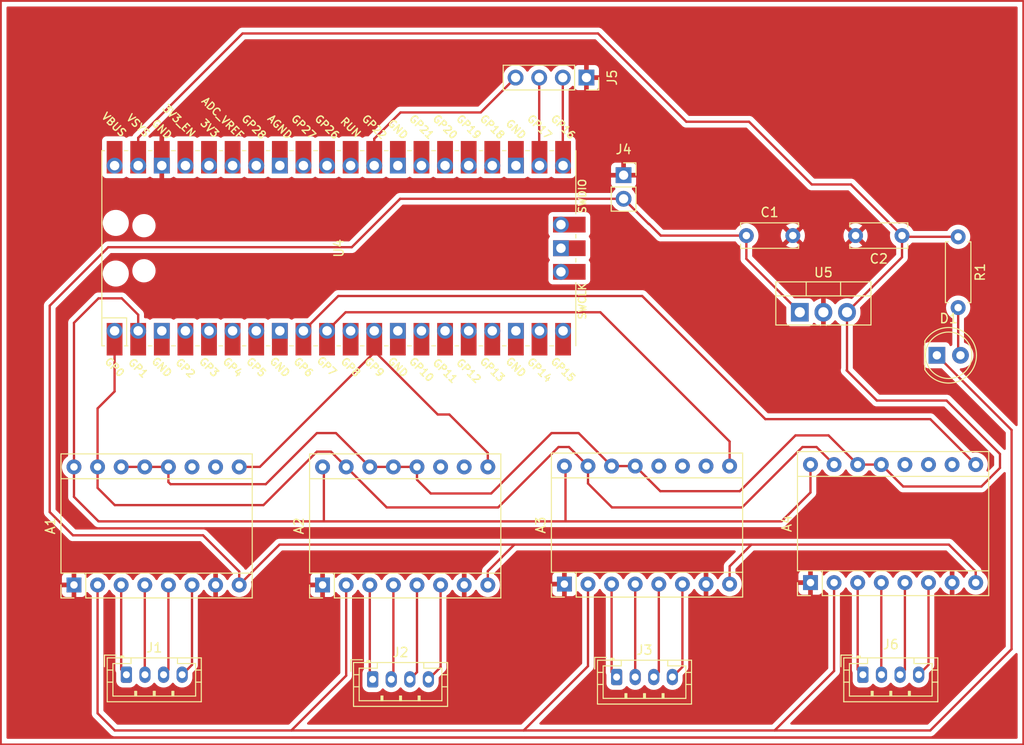
<source format=kicad_pcb>
(kicad_pcb (version 20221018) (generator pcbnew)
  (layers (0 "F.Cu" signal) (31 "B.Cu" signal) (34 "B.Paste" user) (35 "F.Paste" user) (36 "B.SilkS" user "B.Silkscreen") (37 "F.SilkS" user "F.Silkscreen") (38 "B.Mask" user) (39 "F.Mask" user) (44 "Edge.Cuts" user))
  (net 0 "")
  (net 1 "GND")
  (net 2 "FLT")
  (net 3 "Net-(A1-A2)")
  (net 4 "Net-(A1-A1)")
  (net 5 "Net-(A1-B1)")
  (net 6 "Net-(A1-B2)")
  (net 7 "+12V")
  (net 8 "MOT_EN_X")
  (net 11 "+5V")
  (net 12 "MOT_ST")
  (net 13 "MOT_DIR")
  (net 14 "Net-(A2-A2)")
  (net 15 "Net-(A2-A1)")
  (net 16 "Net-(A2-B1)")
  (net 17 "Net-(A2-B2)")
  (net 20 "Net-(A3-A2)")
  (net 21 "Net-(A3-A1)")
  (net 22 "Net-(A3-B1)")
  (net 23 "Net-(A3-B2)")
  (net 24 "MOT_EN_Y")
  (net 28 "Net-(A4-A2)")
  (net 29 "Net-(A4-A1)")
  (net 30 "Net-(A4-B1)")
  (net 31 "Net-(A4-B2)")
  (net 32 "MOT_EN_Z")
  (net 36 "Net-(D1-A)")
  (net 37 "F_X")
  (net 38 "F_Y")
  (net 39 "F_Z")
  (net 41 "LCD_D7")
  (net 42 "LCD_D6")
  (net 43 "LCD_D5")
  (net 44 "LCD_D4")
  (net 46 "SD_MISO")
  (net 48 "SD_CLK")
  (net 49 "LCD_E")
  (net 50 "LCD_RS")
  (net 51 "SD_CS")
  (net 54 "SD_MOSI")
  (net 63 "Button")
  (net 67 "+3.3V")
  (footprint "Capacitor_THT:C_Disc_D6.0mm_W2.5mm_P5.00mm" (layer "F.Cu") (at 202.96 90)
    (fp_text reference "C1" (at 2.5 -2.5) (layer "F.SilkS"))
    (fp_text value "0.33u")
    (pad "1" thru_hole circle (at 0 0) (size 1.6 1.6) (drill 0.8) (layers "*.Cu" "*.Mask") (net 7 "+12V"))
    (pad "2" thru_hole circle (at 5 0) (size 1.6 1.6) (drill 0.8) (layers "*.Cu" "*.Mask") (net 1 "GND"))
  )
  (footprint "Connector_PinSocket_2.54mm:PinSocket_1x02_P2.54mm_Vertical" (layer "F.Cu") (at 189.75 83.5)
    (fp_text reference "J4" (at 0 -2.77) (layer "F.SilkS"))
    (fp_text value "Power")
    (pad "1" thru_hole rect (at 0 0) (size 1.7 1.7) (drill 1) (layers "*.Cu" "*.Mask") (net 1 "GND"))
    (pad "2" thru_hole oval (at 0 2.54) (size 1.7 1.7) (drill 1) (layers "*.Cu" "*.Mask") (net 7 "+12V"))
  )
  (footprint "Module:Pololu_Breakout-16_15.2x20.3mm" (layer "F.Cu") (at 183.38 127.5 90)
    (fp_text reference "A3" (at 6.35 -2.54 90) (layer "F.SilkS"))
    (fp_text value "Pololu_Breakout_DRV8825")
    (pad "1" thru_hole rect (at 0 0 90) (size 1.6 1.6) (drill 0.8) (layers "*.Cu" "*.Mask") (net 1 "GND"))
    (pad "2" thru_hole oval (at 0 2.54 90) (size 1.6 1.6) (drill 0.8) (layers "*.Cu" "*.Mask") (net 2 "FLT"))
    (pad "3" thru_hole oval (at 0 5.08 90) (size 1.6 1.6) (drill 0.8) (layers "*.Cu" "*.Mask") (net 20 "Net-(A3-A2)"))
    (pad "4" thru_hole oval (at 0 7.62 90) (size 1.6 1.6) (drill 0.8) (layers "*.Cu" "*.Mask") (net 21 "Net-(A3-A1)"))
    (pad "5" thru_hole oval (at 0 10.16 90) (size 1.6 1.6) (drill 0.8) (layers "*.Cu" "*.Mask") (net 22 "Net-(A3-B1)"))
    (pad "6" thru_hole oval (at 0 12.7 90) (size 1.6 1.6) (drill 0.8) (layers "*.Cu" "*.Mask") (net 23 "Net-(A3-B2)"))
    (pad "7" thru_hole oval (at 0 15.24 90) (size 1.6 1.6) (drill 0.8) (layers "*.Cu" "*.Mask") (net 1 "GND"))
    (pad "8" thru_hole oval (at 0 17.78 90) (size 1.6 1.6) (drill 0.8) (layers "*.Cu" "*.Mask") (net 7 "+12V"))
    (pad "9" thru_hole oval (at 12.7 17.78 90) (size 1.6 1.6) (drill 0.8) (layers "*.Cu" "*.Mask") (net 24 "MOT_EN_Y"))
    (pad "10" thru_hole oval (at 12.7 15.24 90) (size 1.6 1.6) (drill 0.8) (layers "*.Cu" "*.Mask"))
    (pad "11" thru_hole oval (at 12.7 12.7 90) (size 1.6 1.6) (drill 0.8) (layers "*.Cu" "*.Mask"))
    (pad "12" thru_hole oval (at 12.7 10.16 90) (size 1.6 1.6) (drill 0.8) (layers "*.Cu" "*.Mask"))
    (pad "13" thru_hole oval (at 12.7 7.62 90) (size 1.6 1.6) (drill 0.8) (layers "*.Cu" "*.Mask") (net 11 "+5V"))
    (pad "14" thru_hole oval (at 12.7 5.08 90) (size 1.6 1.6) (drill 0.8) (layers "*.Cu" "*.Mask") (net 11 "+5V"))
    (pad "15" thru_hole oval (at 12.7 2.54 90) (size 1.6 1.6) (drill 0.8) (layers "*.Cu" "*.Mask") (net 12 "MOT_ST"))
    (pad "16" thru_hole oval (at 12.7 0 90) (size 1.6 1.6) (drill 0.8) (layers "*.Cu" "*.Mask") (net 13 "MOT_DIR"))
  )
  (footprint "Module:Pololu_Breakout-16_15.2x20.3mm" (layer "F.Cu") (at 209.86 127.34 90)
    (fp_text reference "A4" (at 6.35 -2.54 90) (layer "F.SilkS"))
    (fp_text value "Pololu_Breakout_DRV8825")
    (pad "1" thru_hole rect (at 0 0 90) (size 1.6 1.6) (drill 0.8) (layers "*.Cu" "*.Mask") (net 1 "GND"))
    (pad "2" thru_hole oval (at 0 2.54 90) (size 1.6 1.6) (drill 0.8) (layers "*.Cu" "*.Mask") (net 2 "FLT"))
    (pad "3" thru_hole oval (at 0 5.08 90) (size 1.6 1.6) (drill 0.8) (layers "*.Cu" "*.Mask") (net 28 "Net-(A4-A2)"))
    (pad "4" thru_hole oval (at 0 7.62 90) (size 1.6 1.6) (drill 0.8) (layers "*.Cu" "*.Mask") (net 29 "Net-(A4-A1)"))
    (pad "5" thru_hole oval (at 0 10.16 90) (size 1.6 1.6) (drill 0.8) (layers "*.Cu" "*.Mask") (net 30 "Net-(A4-B1)"))
    (pad "6" thru_hole oval (at 0 12.7 90) (size 1.6 1.6) (drill 0.8) (layers "*.Cu" "*.Mask") (net 31 "Net-(A4-B2)"))
    (pad "7" thru_hole oval (at 0 15.24 90) (size 1.6 1.6) (drill 0.8) (layers "*.Cu" "*.Mask") (net 1 "GND"))
    (pad "8" thru_hole oval (at 0 17.78 90) (size 1.6 1.6) (drill 0.8) (layers "*.Cu" "*.Mask") (net 7 "+12V"))
    (pad "9" thru_hole oval (at 12.7 17.78 90) (size 1.6 1.6) (drill 0.8) (layers "*.Cu" "*.Mask") (net 32 "MOT_EN_Z"))
    (pad "10" thru_hole oval (at 12.7 15.24 90) (size 1.6 1.6) (drill 0.8) (layers "*.Cu" "*.Mask"))
    (pad "11" thru_hole oval (at 12.7 12.7 90) (size 1.6 1.6) (drill 0.8) (layers "*.Cu" "*.Mask"))
    (pad "12" thru_hole oval (at 12.7 10.16 90) (size 1.6 1.6) (drill 0.8) (layers "*.Cu" "*.Mask"))
    (pad "13" thru_hole oval (at 12.7 7.62 90) (size 1.6 1.6) (drill 0.8) (layers "*.Cu" "*.Mask") (net 11 "+5V"))
    (pad "14" thru_hole oval (at 12.7 5.08 90) (size 1.6 1.6) (drill 0.8) (layers "*.Cu" "*.Mask") (net 11 "+5V"))
    (pad "15" thru_hole oval (at 12.7 2.54 90) (size 1.6 1.6) (drill 0.8) (layers "*.Cu" "*.Mask") (net 12 "MOT_ST"))
    (pad "16" thru_hole oval (at 12.7 0 90) (size 1.6 1.6) (drill 0.8) (layers "*.Cu" "*.Mask") (net 13 "MOT_DIR"))
  )
  (footprint "Module:Pololu_Breakout-16_15.2x20.3mm" (layer "F.Cu") (at 130.61 127.59 90)
    (fp_text reference "A1" (at 6.35 -2.54 90) (layer "F.SilkS"))
    (fp_text value "Pololu_Breakout_DRV8825")
    (pad "1" thru_hole rect (at 0 0 90) (size 1.6 1.6) (drill 0.8) (layers "*.Cu" "*.Mask") (net 1 "GND"))
    (pad "2" thru_hole oval (at 0 2.54 90) (size 1.6 1.6) (drill 0.8) (layers "*.Cu" "*.Mask") (net 2 "FLT"))
    (pad "3" thru_hole oval (at 0 5.08 90) (size 1.6 1.6) (drill 0.8) (layers "*.Cu" "*.Mask") (net 3 "Net-(A1-A2)"))
    (pad "4" thru_hole oval (at 0 7.62 90) (size 1.6 1.6) (drill 0.8) (layers "*.Cu" "*.Mask") (net 4 "Net-(A1-A1)"))
    (pad "5" thru_hole oval (at 0 10.16 90) (size 1.6 1.6) (drill 0.8) (layers "*.Cu" "*.Mask") (net 5 "Net-(A1-B1)"))
    (pad "6" thru_hole oval (at 0 12.7 90) (size 1.6 1.6) (drill 0.8) (layers "*.Cu" "*.Mask") (net 6 "Net-(A1-B2)"))
    (pad "7" thru_hole oval (at 0 15.24 90) (size 1.6 1.6) (drill 0.8) (layers "*.Cu" "*.Mask") (net 1 "GND"))
    (pad "8" thru_hole oval (at 0 17.78 90) (size 1.6 1.6) (drill 0.8) (layers "*.Cu" "*.Mask") (net 7 "+12V"))
    (pad "9" thru_hole oval (at 12.7 17.78 90) (size 1.6 1.6) (drill 0.8) (layers "*.Cu" "*.Mask") (net 8 "MOT_EN_X"))
    (pad "10" thru_hole oval (at 12.7 15.24 90) (size 1.6 1.6) (drill 0.8) (layers "*.Cu" "*.Mask"))
    (pad "11" thru_hole oval (at 12.7 12.7 90) (size 1.6 1.6) (drill 0.8) (layers "*.Cu" "*.Mask"))
    (pad "12" thru_hole oval (at 12.7 10.16 90) (size 1.6 1.6) (drill 0.8) (layers "*.Cu" "*.Mask") (net 11 "+5V"))
    (pad "13" thru_hole oval (at 12.7 7.62 90) (size 1.6 1.6) (drill 0.8) (layers "*.Cu" "*.Mask") (net 11 "+5V"))
    (pad "14" thru_hole oval (at 12.7 5.08 90) (size 1.6 1.6) (drill 0.8) (layers "*.Cu" "*.Mask") (net 11 "+5V"))
    (pad "15" thru_hole oval (at 12.7 2.54 90) (size 1.6 1.6) (drill 0.8) (layers "*.Cu" "*.Mask") (net 12 "MOT_ST"))
    (pad "16" thru_hole oval (at 12.7 0 90) (size 1.6 1.6) (drill 0.8) (layers "*.Cu" "*.Mask") (net 13 "MOT_DIR"))
  )
  (footprint "Connector_PinSocket_2.54mm:PinSocket_1x04_P2.54mm_Vertical" (layer "F.Cu") (at 185.75 73 -90)
    (fp_text reference "J5" (at 0 -2.77 90) (layer "F.SilkS"))
    (fp_text value "FinalSock")
    (pad "1" thru_hole rect (at 0 0 270) (size 1.7 1.7) (drill 1) (layers "*.Cu" "*.Mask") (net 1 "GND"))
    (pad "2" thru_hole oval (at 0 2.54 270) (size 1.7 1.7) (drill 1) (layers "*.Cu" "*.Mask") (net 37 "F_X"))
    (pad "3" thru_hole oval (at 0 5.08 270) (size 1.7 1.7) (drill 1) (layers "*.Cu" "*.Mask") (net 38 "F_Y"))
    (pad "4" thru_hole oval (at 0 7.62 270) (size 1.7 1.7) (drill 1) (layers "*.Cu" "*.Mask") (net 39 "F_Z"))
  )
  (footprint "Connector_JST:JST_PH_B4B-PH-K_1x04_P2.00mm_Vertical" (layer "F.Cu") (at 162.75 137.75)
    (fp_text reference "J2" (at 3 -2.9) (layer "F.SilkS"))
    (fp_text value "MOT_X_SOCK_1")
    (pad "1" thru_hole roundrect (at 0 0) (size 1.2 1.75) (drill 0.75) (layers "*.Cu" "*.Mask") (roundrect_rratio 0.2083333333) (net 14 "Net-(A2-A2)"))
    (pad "2" thru_hole oval (at 2 0) (size 1.2 1.75) (drill 0.75) (layers "*.Cu" "*.Mask") (net 15 "Net-(A2-A1)"))
    (pad "3" thru_hole oval (at 4 0) (size 1.2 1.75) (drill 0.75) (layers "*.Cu" "*.Mask") (net 16 "Net-(A2-B1)"))
    (pad "4" thru_hole oval (at 6 0) (size 1.2 1.75) (drill 0.75) (layers "*.Cu" "*.Mask") (net 17 "Net-(A2-B2)"))
  )
  (footprint "LED_THT:LED_D5.0mm" (layer "F.Cu") (at 223.46 102.88)
    (fp_text reference "D1" (at 1.27 -3.96) (layer "F.SilkS"))
    (fp_text value "LED")
    (pad "1" thru_hole rect (at 0 0) (size 1.8 1.8) (drill 0.9) (layers "*.Cu" "*.Mask") (net 2 "FLT"))
    (pad "2" thru_hole circle (at 2.54 0) (size 1.8 1.8) (drill 0.9) (layers "*.Cu" "*.Mask") (net 36 "Net-(D1-A)"))
  )
  (footprint "Connector_JST:JST_PH_B4B-PH-K_1x04_P2.00mm_Vertical" (layer "F.Cu") (at 215.5 137.25)
    (fp_text reference "J6" (at 3 -3.25) (layer "F.SilkS"))
    (fp_text value "MOT_Z_SOCK")
    (pad "1" thru_hole roundrect (at 0 0) (size 1.2 1.75) (drill 0.75) (layers "*.Cu" "*.Mask") (roundrect_rratio 0.2083333333) (net 28 "Net-(A4-A2)"))
    (pad "2" thru_hole oval (at 2 0) (size 1.2 1.75) (drill 0.75) (layers "*.Cu" "*.Mask") (net 29 "Net-(A4-A1)"))
    (pad "3" thru_hole oval (at 4 0) (size 1.2 1.75) (drill 0.75) (layers "*.Cu" "*.Mask") (net 30 "Net-(A4-B1)"))
    (pad "4" thru_hole oval (at 6 0) (size 1.2 1.75) (drill 0.75) (layers "*.Cu" "*.Mask") (net 31 "Net-(A4-B2)"))
  )
  (footprint "MCU_RaspberryPi_and_Boards:RPi_Pico_SMD_TH" (layer "F.Cu") (at 159.11 91.36 90)
    (fp_text reference "U4" (at 0 0 90) (layer "F.SilkS"))
    (fp_text value "Pico")
    (fp_text user "GP22" (at 13.054 3.81 135) (layer "F.SilkS") (effects (font (size 0.8 0.8))))
    (fp_text user "GP6" (at -12.8 -3.81 135) (layer "F.SilkS") (effects (font (size 0.8 0.8))))
    (fp_text user "GP11" (at -13.2 11.43 135) (layer "F.SilkS") (effects (font (size 0.8 0.8))))
    (fp_text user "SWCLK" (at -5.7 26.2 90) (layer "F.SilkS") (effects (font (size 0.8 0.8))))
    (fp_text user "GP10" (at -13.054 8.89 135) (layer "F.SilkS") (effects (font (size 0.8 0.8))))
    (fp_text user "GP12" (at -13.2 13.97 135) (layer "F.SilkS") (effects (font (size 0.8 0.8))))
    (fp_text user "GP0" (at -12.8 -24.13 135) (layer "F.SilkS") (effects (font (size 0.8 0.8))))
    (fp_text user "GP9" (at -12.8 3.81 135) (layer "F.SilkS") (effects (font (size 0.8 0.8))))
    (fp_text user "GP14" (at -13.1 21.59 135) (layer "F.SilkS") (effects (font (size 0.8 0.8))))
    (fp_text user "GP20" (at 13.054 11.43 135) (layer "F.SilkS") (effects (font (size 0.8 0.8))))
    (fp_text user "GND" (at -12.8 -6.35 135) (layer "F.SilkS") (effects (font (size 0.8 0.8))))
    (fp_text user "GP7" (at -12.7 -1.3 135) (layer "F.SilkS") (effects (font (size 0.8 0.8))))
    (fp_text user "VBUS" (at 13.3 -24.2 135) (layer "F.SilkS") (effects (font (size 0.8 0.8))))
    (fp_text user "GND" (at -12.8 6.35 135) (layer "F.SilkS") (effects (font (size 0.8 0.8))))
    (fp_text user "RUN" (at 13 1.27 135) (layer "F.SilkS") (effects (font (size 0.8 0.8))))
    (fp_text user "GND" (at 12.8 -19.05 135) (layer "F.SilkS") (effects (font (size 0.8 0.8))))
    (fp_text user "GP17" (at 13.054 21.59 135) (layer "F.SilkS") (effects (font (size 0.8 0.8))))
    (fp_text user "GP27" (at 13.054 -3.8 135) (layer "F.SilkS") (effects (font (size 0.8 0.8))))
    (fp_text user "GP26" (at 13.054 -1.27 135) (layer "F.SilkS") (effects (font (size 0.8 0.8))))
    (fp_text user "GND" (at -12.8 -19.05 135) (layer "F.SilkS") (effects (font (size 0.8 0.8))))
    (fp_text user "SWDIO" (at 5.6 26.2 90) (layer "F.SilkS") (effects (font (size 0.8 0.8))))
    (fp_text user "GND" (at 12.8 6.35 135) (layer "F.SilkS") (effects (font (size 0.8 0.8))))
    (fp_text user "GP4" (at -12.8 -11.43 135) (layer "F.SilkS") (effects (font (size 0.8 0.8))))
    (fp_text user "GP21" (at 13.054 8.9 135) (layer "F.SilkS") (effects (font (size 0.8 0.8))))
    (fp_text user "GP3" (at -12.8 -13.97 135) (layer "F.SilkS") (effects (font (size 0.8 0.8))))
    (fp_text user "3V3" (at 12.9 -13.9 135) (layer "F.SilkS") (effects (font (size 0.8 0.8))))
    (fp_text user "VSYS" (at 13.2 -21.59 135) (layer "F.SilkS") (effects (font (size 0.8 0.8))))
    (fp_text user "GND" (at 12.8 19.05 135) (layer "F.SilkS") (effects (font (size 0.8 0.8))))
    (fp_text user "GP8" (at -12.8 1.27 135) (layer "F.SilkS") (effects (font (size 0.8 0.8))))
    (fp_text user "GP15" (at -13.054 24.13 135) (layer "F.SilkS") (effects (font (size 0.8 0.8))))
    (fp_text user "GP16" (at 13.054 24.13 135) (layer "F.SilkS") (effects (font (size 0.8 0.8))))
    (fp_text user "AGND" (at 13.054 -6.35 135) (layer "F.SilkS") (effects (font (size 0.8 0.8))))
    (fp_text user "GP5" (at -12.8 -8.89 135) (layer "F.SilkS") (effects (font (size 0.8 0.8))))
    (fp_text user "GP18" (at 13.054 16.51 135) (layer "F.SilkS") (effects (font (size 0.8 0.8))))
    (fp_text user "3V3_EN" (at 13.7 -17.2 135) (layer "F.SilkS") (effects (font (size 0.8 0.8))))
    (fp_text user "GND" (at -12.8 19.05 135) (layer "F.SilkS") (effects (font (size 0.8 0.8))))
    (fp_text user "ADC_VREF" (at 14 -12.5 135) (layer "F.SilkS") (effects (font (size 0.8 0.8))))
    (fp_text user "GP19" (at 13.054 13.97 135) (layer "F.SilkS") (effects (font (size 0.8 0.8))))
    (fp_text user "GP2" (at -12.9 -16.51 135) (layer "F.SilkS") (effects (font (size 0.8 0.8))))
    (fp_text user "GP28" (at 13.054 -9.144 135) (layer "F.SilkS") (effects (font (size 0.8 0.8))))
    (fp_text user "GP1" (at -12.9 -21.6 135) (layer "F.SilkS") (effects (font (size 0.8 0.8))))
    (fp_text user "GP13" (at -13.054 16.51 135) (layer "F.SilkS") (effects (font (size 0.8 0.8))))
    (pad "" np_thru_hole oval (at -2.725 -24 90) (size 1.8 1.8) (drill 1.8) (layers "*.Cu" "*.Mask"))
    (pad "" np_thru_hole oval (at -2.425 -20.97 90) (size 1.5 1.5) (drill 1.5) (layers "*.Cu" "*.Mask"))
    (pad "" np_thru_hole oval (at 2.425 -20.97 90) (size 1.5 1.5) (drill 1.5) (layers "*.Cu" "*.Mask"))
    (pad "" np_thru_hole oval (at 2.725 -24 90) (size 1.8 1.8) (drill 1.8) (layers "*.Cu" "*.Mask"))
    (pad "1" thru_hole oval (at -8.89 -24.13 90) (size 1.7 1.7) (drill 1.02) (layers "*.Cu" "*.Mask") (net 12 "MOT_ST"))
    (pad "1" smd rect (at -8.89 -24.13 90) (size 3.5 1.7) (drill (offset -0.9 0)) (layers "F.Cu" "F.Mask") (net 12 "MOT_ST"))
    (pad "2" thru_hole oval (at -8.89 -21.59 90) (size 1.7 1.7) (drill 1.02) (layers "*.Cu" "*.Mask") (net 13 "MOT_DIR"))
    (pad "2" smd rect (at -8.89 -21.59 90) (size 3.5 1.7) (drill (offset -0.9 0)) (layers "F.Cu" "F.Mask") (net 13 "MOT_DIR"))
    (pad "3" thru_hole rect (at -8.89 -19.05 90) (size 1.7 1.7) (drill 1.02) (layers "*.Cu" "*.Mask"))
    (pad "3" smd rect (at -8.89 -19.05 90) (size 3.5 1.7) (drill (offset -0.9 0)) (layers "F.Cu" "F.Mask"))
    (pad "4" thru_hole oval (at -8.89 -16.51 90) (size 1.7 1.7) (drill 1.02) (layers "*.Cu" "*.Mask") (net 41 "LCD_D7"))
    (pad "4" smd rect (at -8.89 -16.51 90) (size 3.5 1.7) (drill (offset -0.9 0)) (layers "F.Cu" "F.Mask") (net 41 "LCD_D7"))
    (pad "5" thru_hole oval (at -8.89 -13.97 90) (size 1.7 1.7) (drill 1.02) (layers "*.Cu" "*.Mask") (net 42 "LCD_D6"))
    (pad "5" smd rect (at -8.89 -13.97 90) (size 3.5 1.7) (drill (offset -0.9 0)) (layers "F.Cu" "F.Mask") (net 42 "LCD_D6"))
    (pad "6" thru_hole oval (at -8.89 -11.43 90) (size 1.7 1.7) (drill 1.02) (layers "*.Cu" "*.Mask") (net 43 "LCD_D5"))
    (pad "6" smd rect (at -8.89 -11.43 90) (size 3.5 1.7) (drill (offset -0.9 0)) (layers "F.Cu" "F.Mask") (net 43 "LCD_D5"))
    (pad "7" thru_hole oval (at -8.89 -8.89 90) (size 1.7 1.7) (drill 1.02) (layers "*.Cu" "*.Mask") (net 44 "LCD_D4"))
    (pad "7" smd rect (at -8.89 -8.89 90) (size 3.5 1.7) (drill (offset -0.9 0)) (layers "F.Cu" "F.Mask") (net 44 "LCD_D4"))
    (pad "8" thru_hole rect (at -8.89 -6.35 90) (size 1.7 1.7) (drill 1.02) (layers "*.Cu" "*.Mask"))
    (pad "8" smd rect (at -8.89 -6.35 90) (size 3.5 1.7) (drill (offset -0.9 0)) (layers "F.Cu" "F.Mask"))
    (pad "9" thru_hole oval (at -8.89 -3.81 90) (size 1.7 1.7) (drill 1.02) (layers "*.Cu" "*.Mask") (net 32 "MOT_EN_Z"))
    (pad "9" smd rect (at -8.89 -3.81 90) (size 3.5 1.7) (drill (offset -0.9 0)) (layers "F.Cu" "F.Mask") (net 32 "MOT_EN_Z"))
    (pad "10" thru_hole oval (at -8.89 -1.27 90) (size 1.7 1.7) (drill 1.02) (layers "*.Cu" "*.Mask") (net 24 "MOT_EN_Y"))
    (pad "10" smd rect (at -8.89 -1.27 90) (size 3.5 1.7) (drill (offset -0.9 0)) (layers "F.Cu" "F.Mask") (net 24 "MOT_EN_Y"))
    (pad "11" thru_hole oval (at -8.89 1.27 90) (size 1.7 1.7) (drill 1.02) (layers "*.Cu" "*.Mask") (net 46 "SD_MISO"))
    (pad "11" smd rect (at -8.89 1.27 90) (size 3.5 1.7) (drill (offset -0.9 0)) (layers "F.Cu" "F.Mask") (net 46 "SD_MISO"))
    (pad "12" thru_hole oval (at -8.89 3.81 90) (size 1.7 1.7) (drill 1.02) (layers "*.Cu" "*.Mask") (net 8 "MOT_EN_X"))
    (pad "12" smd rect (at -8.89 3.81 90) (size 3.5 1.7) (drill (offset -0.9 0)) (layers "F.Cu" "F.Mask") (net 8 "MOT_EN_X"))
    (pad "13" thru_hole rect (at -8.89 6.35 90) (size 1.7 1.7) (drill 1.02) (layers "*.Cu" "*.Mask"))
    (pad "13" smd rect (at -8.89 6.35 90) (size 3.5 1.7) (drill (offset -0.9 0)) (layers "F.Cu" "F.Mask"))
    (pad "14" thru_hole oval (at -8.89 8.89 90) (size 1.7 1.7) (drill 1.02) (layers "*.Cu" "*.Mask") (net 48 "SD_CLK"))
    (pad "14" smd rect (at -8.89 8.89 90) (size 3.5 1.7) (drill (offset -0.9 0)) (layers "F.Cu" "F.Mask") (net 48 "SD_CLK"))
    (pad "15" thru_hole oval (at -8.89 11.43 90) (size 1.7 1.7) (drill 1.02) (layers "*.Cu" "*.Mask") (net 49 "LCD_E"))
    (pad "15" smd rect (at -8.89 11.43 90) (size 3.5 1.7) (drill (offset -0.9 0)) (layers "F.Cu" "F.Mask") (net 49 "LCD_E"))
    (pad "16" thru_hole oval (at -8.89 13.97 90) (size 1.7 1.7) (drill 1.02) (layers "*.Cu" "*.Mask") (net 50 "LCD_RS"))
    (pad "16" smd rect (at -8.89 13.97 90) (size 3.5 1.7) (drill (offset -0.9 0)) (layers "F.Cu" "F.Mask") (net 50 "LCD_RS"))
    (pad "17" thru_hole oval (at -8.89 16.51 90) (size 1.7 1.7) (drill 1.02) (layers "*.Cu" "*.Mask") (net 51 "SD_CS"))
    (pad "17" smd rect (at -8.89 16.51 90) (size 3.5 1.7) (drill (offset -0.9 0)) (layers "F.Cu" "F.Mask") (net 51 "SD_CS"))
    (pad "18" thru_hole rect (at -8.89 19.05 90) (size 1.7 1.7) (drill 1.02) (layers "*.Cu" "*.Mask"))
    (pad "18" smd rect (at -8.89 19.05 90) (size 3.5 1.7) (drill (offset -0.9 0)) (layers "F.Cu" "F.Mask"))
    (pad "19" thru_hole oval (at -8.89 21.59 90) (size 1.7 1.7) (drill 1.02) (layers "*.Cu" "*.Mask"))
    (pad "19" smd rect (at -8.89 21.59 90) (size 3.5 1.7) (drill (offset -0.9 0)) (layers "F.Cu" "F.Mask"))
    (pad "20" thru_hole oval (at -8.89 24.13 90) (size 1.7 1.7) (drill 1.02) (layers "*.Cu" "*.Mask") (net 54 "SD_MOSI"))
    (pad "20" smd rect (at -8.89 24.13 90) (size 3.5 1.7) (drill (offset -0.9 0)) (layers "F.Cu" "F.Mask") (net 54 "SD_MOSI"))
    (pad "21" thru_hole oval (at 8.89 24.13 90) (size 1.7 1.7) (drill 1.02) (layers "*.Cu" "*.Mask") (net 37 "F_X"))
    (pad "21" smd rect (at 8.89 24.13 90) (size 3.5 1.7) (drill (offset 0.9 0)) (layers "F.Cu" "F.Mask") (net 37 "F_X"))
    (pad "22" thru_hole oval (at 8.89 21.59 90) (size 1.7 1.7) (drill 1.02) (layers "*.Cu" "*.Mask") (net 38 "F_Y"))
    (pad "22" smd rect (at 8.89 21.59 90) (size 3.5 1.7) (drill (offset 0.9 0)) (layers "F.Cu" "F.Mask") (net 38 "F_Y"))
    (pad "23" thru_hole rect (at 8.89 19.05 90) (size 1.7 1.7) (drill 1.02) (layers "*.Cu" "*.Mask"))
    (pad "23" smd rect (at 8.89 19.05 90) (size 3.5 1.7) (drill (offset 0.9 0)) (layers "F.Cu" "F.Mask"))
    (pad "24" thru_hole oval (at 8.89 16.51 90) (size 1.7 1.7) (drill 1.02) (layers "*.Cu" "*.Mask"))
    (pad "24" smd rect (at 8.89 16.51 90) (size 3.5 1.7) (drill (offset 0.9 0)) (layers "F.Cu" "F.Mask"))
    (pad "25" thru_hole oval (at 8.89 13.97 90) (size 1.7 1.7) (drill 1.02) (layers "*.Cu" "*.Mask"))
    (pad "25" smd rect (at 8.89 13.97 90) (size 3.5 1.7) (drill (offset 0.9 0)) (layers "F.Cu" "F.Mask"))
    (pad "26" thru_hole oval (at 8.89 11.43 90) (size 1.7 1.7) (drill 1.02) (layers "*.Cu" "*.Mask"))
    (pad "26" smd rect (at 8.89 11.43 90) (size 3.5 1.7) (drill (offset 0.9 0)) (layers "F.Cu" "F.Mask"))
    (pad "27" thru_hole oval (at 8.89 8.89 90) (size 1.7 1.7) (drill 1.02) (layers "*.Cu" "*.Mask"))
    (pad "27" smd rect (at 8.89 8.89 90) (size 3.5 1.7) (drill (offset 0.9 0)) (layers "F.Cu" "F.Mask"))
    (pad "28" thru_hole rect (at 8.89 6.35 90) (size 1.7 1.7) (drill 1.02) (layers "*.Cu" "*.Mask"))
    (pad "28" smd rect (at 8.89 6.35 90) (size 3.5 1.7) (drill (offset 0.9 0)) (layers "F.Cu" "F.Mask"))
    (pad "29" thru_hole oval (at 8.89 3.81 90) (size 1.7 1.7) (drill 1.02) (layers "*.Cu" "*.Mask") (net 39 "F_Z"))
    (pad "29" smd rect (at 8.89 3.81 90) (size 3.5 1.7) (drill (offset 0.9 0)) (layers "F.Cu" "F.Mask") (net 39 "F_Z"))
    (pad "30" thru_hole oval (at 8.89 1.27 90) (size 1.7 1.7) (drill 1.02) (layers "*.Cu" "*.Mask"))
    (pad "30" smd rect (at 8.89 1.27 90) (size 3.5 1.7) (drill (offset 0.9 0)) (layers "F.Cu" "F.Mask"))
    (pad "31" thru_hole oval (at 8.89 -1.27 90) (size 1.7 1.7) (drill 1.02) (layers "*.Cu" "*.Mask"))
    (pad "31" smd rect (at 8.89 -1.27 90) (size 3.5 1.7) (drill (offset 0.9 0)) (layers "F.Cu" "F.Mask"))
    (pad "32" thru_hole oval (at 8.89 -3.81 90) (size 1.7 1.7) (drill 1.02) (layers "*.Cu" "*.Mask") (net 63 "Button"))
    (pad "32" smd rect (at 8.89 -3.81 90) (size 3.5 1.7) (drill (offset 0.9 0)) (layers "F.Cu" "F.Mask") (net 63 "Button"))
    (pad "33" thru_hole rect (at 8.89 -6.35 90) (size 1.7 1.7) (drill 1.02) (layers "*.Cu" "*.Mask"))
    (pad "33" smd rect (at 8.89 -6.35 90) (size 3.5 1.7) (drill (offset 0.9 0)) (layers "F.Cu" "F.Mask"))
    (pad "34" thru_hole oval (at 8.89 -8.89 90) (size 1.7 1.7) (drill 1.02) (layers "*.Cu" "*.Mask"))
    (pad "34" smd rect (at 8.89 -8.89 90) (size 3.5 1.7) (drill (offset 0.9 0)) (layers "F.Cu" "F.Mask"))
    (pad "35" thru_hole oval (at 8.89 -11.43 90) (size 1.7 1.7) (drill 1.02) (layers "*.Cu" "*.Mask"))
    (pad "35" smd rect (at 8.89 -11.43 90) (size 3.5 1.7) (drill (offset 0.9 0)) (layers "F.Cu" "F.Mask"))
    (pad "36" thru_hole oval (at 8.89 -13.97 90) (size 1.7 1.7) (drill 1.02) (layers "*.Cu" "*.Mask") (net 67 "+3.3V"))
    (pad "36" smd rect (at 8.89 -13.97 90) (size 3.5 1.7) (drill (offset 0.9 0)) (layers "F.Cu" "F.Mask") (net 67 "+3.3V"))
    (pad "37" thru_hole oval (at 8.89 -16.51 90) (size 1.7 1.7) (drill 1.02) (layers "*.Cu" "*.Mask"))
    (pad "37" smd rect (at 8.89 -16.51 90) (size 3.5 1.7) (drill (offset 0.9 0)) (layers "F.Cu" "F.Mask"))
    (pad "38" thru_hole rect (at 8.89 -19.05 90) (size 1.7 1.7) (drill 1.02) (layers "*.Cu" "*.Mask") (net 1 "GND"))
    (pad "38" smd rect (at 8.89 -19.05 90) (size 3.5 1.7) (drill (offset 0.9 0)) (layers "F.Cu" "F.Mask") (net 1 "GND"))
    (pad "39" thru_hole oval (at 8.89 -21.59 90) (size 1.7 1.7) (drill 1.02) (layers "*.Cu" "*.Mask") (net 11 "+5V"))
    (pad "39" smd rect (at 8.89 -21.59 90) (size 3.5 1.7) (drill (offset 0.9 0)) (layers "F.Cu" "F.Mask") (net 11 "+5V"))
    (pad "40" thru_hole oval (at 8.89 -24.13 90) (size 1.7 1.7) (drill 1.02) (layers "*.Cu" "*.Mask"))
    (pad "40" smd rect (at 8.89 -24.13 90) (size 3.5 1.7) (drill (offset 0.9 0)) (layers "F.Cu" "F.Mask"))
    (pad "41" thru_hole oval (at -2.54 23.9 90) (size 1.7 1.7) (drill 1.02) (layers "*.Cu" "*.Mask"))
    (pad "41" smd rect (at -2.54 23.9 180) (size 3.5 1.7) (drill (offset -0.9 0)) (layers "F.Cu" "F.Mask"))
    (pad "42" thru_hole rect (at 0 23.9 90) (size 1.7 1.7) (drill 1.02) (layers "*.Cu" "*.Mask"))
    (pad "42" smd rect (at 0 23.9 180) (size 3.5 1.7) (drill (offset -0.9 0)) (layers "F.Cu" "F.Mask"))
    (pad "43" thru_hole oval (at 2.54 23.9 90) (size 1.7 1.7) (drill 1.02) (layers "*.Cu" "*.Mask"))
    (pad "43" smd rect (at 2.54 23.9 180) (size 3.5 1.7) (drill (offset -0.9 0)) (layers "F.Cu" "F.Mask"))
  )
  (footprint "Package_TO_SOT_THT:TO-220-3_Vertical" (layer "F.Cu") (at 208.71 98.25)
    (fp_text reference "U5" (at 2.54 -4.27) (layer "F.SilkS"))
    (fp_text value "LM7805_TO220")
    (pad "1" thru_hole rect (at 0 0) (size 1.905 2) (drill 1.1) (layers "*.Cu" "*.Mask") (net 7 "+12V"))
    (pad "2" thru_hole oval (at 2.54 0) (size 1.905 2) (drill 1.1) (layers "*.Cu" "*.Mask") (net 1 "GND"))
    (pad "3" thru_hole oval (at 5.08 0) (size 1.905 2) (drill 1.1) (layers "*.Cu" "*.Mask") (net 11 "+5V"))
  )
  (footprint "Module:Pololu_Breakout-16_15.2x20.3mm" (layer "F.Cu") (at 157.36 127.59 90)
    (fp_text reference "A2" (at 6.35 -2.54 90) (layer "F.SilkS"))
    (fp_text value "Pololu_Breakout_DRV8825")
    (pad "1" thru_hole rect (at 0 0 90) (size 1.6 1.6) (drill 0.8) (layers "*.Cu" "*.Mask") (net 1 "GND"))
    (pad "2" thru_hole oval (at 0 2.54 90) (size 1.6 1.6) (drill 0.8) (layers "*.Cu" "*.Mask") (net 2 "FLT"))
    (pad "3" thru_hole oval (at 0 5.08 90) (size 1.6 1.6) (drill 0.8) (layers "*.Cu" "*.Mask") (net 14 "Net-(A2-A2)"))
    (pad "4" thru_hole oval (at 0 7.62 90) (size 1.6 1.6) (drill 0.8) (layers "*.Cu" "*.Mask") (net 15 "Net-(A2-A1)"))
    (pad "5" thru_hole oval (at 0 10.16 90) (size 1.6 1.6) (drill 0.8) (layers "*.Cu" "*.Mask") (net 16 "Net-(A2-B1)"))
    (pad "6" thru_hole oval (at 0 12.7 90) (size 1.6 1.6) (drill 0.8) (layers "*.Cu" "*.Mask") (net 17 "Net-(A2-B2)"))
    (pad "7" thru_hole oval (at 0 15.24 90) (size 1.6 1.6) (drill 0.8) (layers "*.Cu" "*.Mask") (net 1 "GND"))
    (pad "8" thru_hole oval (at 0 17.78 90) (size 1.6 1.6) (drill 0.8) (layers "*.Cu" "*.Mask") (net 7 "+12V"))
    (pad "9" thru_hole oval (at 12.7 17.78 90) (size 1.6 1.6) (drill 0.8) (layers "*.Cu" "*.Mask") (net 8 "MOT_EN_X"))
    (pad "10" thru_hole oval (at 12.7 15.24 90) (size 1.6 1.6) (drill 0.8) (layers "*.Cu" "*.Mask"))
    (pad "11" thru_hole oval (at 12.7 12.7 90) (size 1.6 1.6) (drill 0.8) (layers "*.Cu" "*.Mask"))
    (pad "12" thru_hole oval (at 12.7 10.16 90) (size 1.6 1.6) (drill 0.8) (layers "*.Cu" "*.Mask") (net 11 "+5V"))
    (pad "13" thru_hole oval (at 12.7 7.62 90) (size 1.6 1.6) (drill 0.8) (layers "*.Cu" "*.Mask") (net 11 "+5V"))
    (pad "14" thru_hole oval (at 12.7 5.08 90) (size 1.6 1.6) (drill 0.8) (layers "*.Cu" "*.Mask") (net 11 "+5V"))
    (pad "15" thru_hole oval (at 12.7 2.54 90) (size 1.6 1.6) (drill 0.8) (layers "*.Cu" "*.Mask") (net 12 "MOT_ST"))
    (pad "16" thru_hole oval (at 12.7 0 90) (size 1.6 1.6) (drill 0.8) (layers "*.Cu" "*.Mask") (net 13 "MOT_DIR"))
  )
  (footprint "Capacitor_THT:C_Disc_D6.0mm_W2.5mm_P5.00mm" (layer "F.Cu") (at 219.71 90 180)
    (fp_text reference "C2" (at 2.5 -2.5) (layer "F.SilkS"))
    (fp_text value "0.1u")
    (pad "1" thru_hole circle (at 0 0 180) (size 1.6 1.6) (drill 0.8) (layers "*.Cu" "*.Mask") (net 11 "+5V"))
    (pad "2" thru_hole circle (at 5 0 180) (size 1.6 1.6) (drill 0.8) (layers "*.Cu" "*.Mask") (net 1 "GND"))
  )
  (footprint "Connector_JST:JST_PH_B4B-PH-K_1x04_P2.00mm_Vertical" (layer "F.Cu") (at 189 137.5)
    (fp_text reference "J3" (at 3 -2.9) (layer "F.SilkS"))
    (fp_text value "MOT_Y_SOCK")
    (pad "1" thru_hole roundrect (at 0 0) (size 1.2 1.75) (drill 0.75) (layers "*.Cu" "*.Mask") (roundrect_rratio 0.2083333333) (net 20 "Net-(A3-A2)"))
    (pad "2" thru_hole oval (at 2 0) (size 1.2 1.75) (drill 0.75) (layers "*.Cu" "*.Mask") (net 21 "Net-(A3-A1)"))
    (pad "3" thru_hole oval (at 4 0) (size 1.2 1.75) (drill 0.75) (layers "*.Cu" "*.Mask") (net 22 "Net-(A3-B1)"))
    (pad "4" thru_hole oval (at 6 0) (size 1.2 1.75) (drill 0.75) (layers "*.Cu" "*.Mask") (net 23 "Net-(A3-B2)"))
  )
  (footprint "Connector_JST:JST_PH_B4B-PH-K_1x04_P2.00mm_Vertical" (layer "F.Cu") (at 136.25 137.25)
    (fp_text reference "J1" (at 3 -2.9) (layer "F.SilkS"))
    (fp_text value "MOT_X_SOCK_2")
    (pad "1" thru_hole roundrect (at 0 0) (size 1.2 1.75) (drill 0.75) (layers "*.Cu" "*.Mask") (roundrect_rratio 0.2083333333) (net 3 "Net-(A1-A2)"))
    (pad "2" thru_hole oval (at 2 0) (size 1.2 1.75) (drill 0.75) (layers "*.Cu" "*.Mask") (net 4 "Net-(A1-A1)"))
    (pad "3" thru_hole oval (at 4 0) (size 1.2 1.75) (drill 0.75) (layers "*.Cu" "*.Mask") (net 5 "Net-(A1-B1)"))
    (pad "4" thru_hole oval (at 6 0) (size 1.2 1.75) (drill 0.75) (layers "*.Cu" "*.Mask") (net 6 "Net-(A1-B2)"))
  )
  (footprint "Resistor_THT:R_Axial_DIN0207_L6.3mm_D2.5mm_P7.62mm_Horizontal" (layer "F.Cu") (at 225.75 90.13 -90)
    (fp_text reference "R1" (at 3.81 -2.37 90) (layer "F.SilkS"))
    (fp_text value "1k")
    (pad "1" thru_hole circle (at 0 0 270) (size 1.6 1.6) (drill 0.8) (layers "*.Cu" "*.Mask") (net 11 "+5V"))
    (pad "2" thru_hole oval (at 7.62 0 270) (size 1.6 1.6) (drill 0.8) (layers "*.Cu" "*.Mask") (net 36 "Net-(D1-A)"))
  )
  (gr_rect (start 122.75 64.75) (end 232.75 144.75) (stroke (width 0.2)) (fill none) (layer "F.Cu"))
  (segment (start 140.06 82.47) (end 140.06 80.86) (width 0.25) (layer "F.Cu") (net 1))
  (segment (start 185.75 72) (end 185.75 73) (width 0.25) (layer "F.Cu") (net 1))
  (segment (start 145.85 127.59) (end 145.85 128.85) (width 0.25) (layer "F.Cu") (net 1))
  (segment (start 133.15 127.59) (end 133.15 141.4) (width 0.25) (layer "F.Cu") (net 2))
  (segment (start 231.5 134.5) (end 231.5 110.92) (width 0.25) (layer "F.Cu") (net 2))
  (segment (start 179 143.25) (end 206 143.25) (width 0.25) (layer "F.Cu") (net 2))
  (segment (start 133.15 141.4) (end 135 143.25) (width 0.25) (layer "F.Cu") (net 2))
  (segment (start 159.9 137.35) (end 154 143.25) (width 0.25) (layer "F.Cu") (net 2))
  (segment (start 231.5 110.92) (end 223.46 102.88) (width 0.25) (layer "F.Cu") (net 2))
  (segment (start 212.4 127.34) (end 212.4 136.85) (width 0.25) (layer "F.Cu") (net 2))
  (segment (start 135 143.25) (end 154 143.25) (width 0.25) (layer "F.Cu") (net 2))
  (segment (start 185.92 127.5) (end 185.92 136.33) (width 0.25) (layer "F.Cu") (net 2))
  (segment (start 154 143.25) (end 179 143.25) (width 0.25) (layer "F.Cu") (net 2))
  (segment (start 222.75 143.25) (end 231.5 134.5) (width 0.25) (layer "F.Cu") (net 2))
  (segment (start 212.4 136.85) (end 206 143.25) (width 0.25) (layer "F.Cu") (net 2))
  (segment (start 206 143.25) (end 222.75 143.25) (width 0.25) (layer "F.Cu") (net 2))
  (segment (start 185.92 136.33) (end 179 143.25) (width 0.25) (layer "F.Cu") (net 2))
  (segment (start 159.9 127.59) (end 159.9 137.35) (width 0.25) (layer "F.Cu") (net 2))
  (segment (start 135.69 127.59) (end 135.69 136.69) (width 0.25) (layer "F.Cu") (net 3))
  (segment (start 135.69 136.69) (end 136.25 137.25) (width 0.25) (layer "F.Cu") (net 3))
  (segment (start 138.23 127.59) (end 138.23 137.23) (width 0.25) (layer "F.Cu") (net 4))
  (segment (start 138.23 137.23) (end 138.25 137.25) (width 0.25) (layer "F.Cu") (net 4))
  (segment (start 140.77 127.59) (end 140.77 136.73) (width 0.25) (layer "F.Cu") (net 5))
  (segment (start 140.77 136.73) (end 140.25 137.25) (width 0.25) (layer "F.Cu") (net 5))
  (segment (start 143.31 127.59) (end 143.31 136.19) (width 0.25) (layer "F.Cu") (net 6))
  (segment (start 143.31 136.19) (end 142.25 137.25) (width 0.25) (layer "F.Cu") (net 6))
  (segment (start 134.298122 91.25) (end 160.5 91.25) (width 0.25) (layer "F.Cu") (net 7))
  (segment (start 130.5 122.25) (end 128 119.75) (width 0.25) (layer "F.Cu") (net 7))
  (segment (start 193.75 90) (end 202.96 90) (width 0.25) (layer "F.Cu") (net 7))
  (segment (start 202.96 92.5) (end 208.71 98.25) (width 0.25) (layer "F.Cu") (net 7))
  (segment (start 148.39 127.59) (end 148.39 126.14) (width 0.25) (layer "F.Cu") (net 7))
  (segment (start 128 119.75) (end 128 97.548122) (width 0.25) (layer "F.Cu") (net 7))
  (segment (start 203.5 123.25) (end 178 123.25) (width 0.25) (layer "F.Cu") (net 7))
  (segment (start 128 97.548122) (end 134.298122 91.25) (width 0.25) (layer "F.Cu") (net 7))
  (segment (start 152.73 123.25) (end 148.39 127.59) (width 0.25) (layer "F.Cu") (net 7))
  (segment (start 227.64 126.14) (end 224.75 123.25) (width 0.25) (layer "F.Cu") (net 7))
  (segment (start 175.14 126.11) (end 178 123.25) (width 0.25) (layer "F.Cu") (net 7))
  (segment (start 227.64 127.34) (end 227.64 126.14) (width 0.25) (layer "F.Cu") (net 7))
  (segment (start 192.46 88.75) (end 192.5 88.75) (width 0.25) (layer "F.Cu") (net 7))
  (segment (start 148.39 126.14) (end 144.5 122.25) (width 0.25) (layer "F.Cu") (net 7))
  (segment (start 144.5 122.25) (end 130.5 122.25) (width 0.25) (layer "F.Cu") (net 7))
  (segment (start 189.75 86.04) (end 192.46 88.75) (width 0.25) (layer "F.Cu") (net 7))
  (segment (start 201.16 127.5) (end 201.16 125.59) (width 0.25) (layer "F.Cu") (net 7))
  (segment (start 201.16 125.59) (end 203.5 123.25) (width 0.25) (layer "F.Cu") (net 7))
  (segment (start 202.96 90) (end 202.96 92.5) (width 0.25) (layer "F.Cu") (net 7))
  (segment (start 165.71 86.04) (end 189.75 86.04) (width 0.25) (layer "F.Cu") (net 7))
  (segment (start 192.5 88.75) (end 193.75 90) (width 0.25) (layer "F.Cu") (net 7))
  (segment (start 175.14 127.59) (end 175.14 126.11) (width 0.25) (layer "F.Cu") (net 7))
  (segment (start 178 123.25) (end 152.73 123.25) (width 0.25) (layer "F.Cu") (net 7))
  (segment (start 160.5 91.25) (end 165.71 86.04) (width 0.25) (layer "F.Cu") (net 7))
  (segment (start 224.75 123.25) (end 203.5 123.25) (width 0.25) (layer "F.Cu") (net 7))
  (segment (start 148.39 114.89) (end 150.61 114.89) (width 0.25) (layer "F.Cu") (net 8))
  (segment (start 162.92 100.25) (end 162.92 102.42) (width 0.25) (layer "F.Cu") (net 8))
  (segment (start 169.75 109.25) (end 171 109.25) (width 0.25) (layer "F.Cu") (net 8))
  (segment (start 150.61 114.89) (end 162.92 102.58) (width 0.25) (layer "F.Cu") (net 8))
  (segment (start 175.14 113.39) (end 175.14 114.89) (width 0.25) (layer "F.Cu") (net 8))
  (segment (start 171 109.25) (end 175.14 113.39) (width 0.25) (layer "F.Cu") (net 8))
  (segment (start 162.92 102.58) (end 162.92 100.25) (width 0.25) (layer "F.Cu") (net 8))
  (segment (start 162.92 102.42) (end 169.75 109.25) (width 0.25) (layer "F.Cu") (net 8))
  (segment (start 167.52 116.27) (end 169 117.75) (width 0.25) (layer "F.Cu") (net 11))
  (segment (start 140.77 116.52) (end 141 116.75) (width 0.25) (layer "F.Cu") (net 11))
  (segment (start 219.84 90.13) (end 219.71 90) (width 0.25) (layer "F.Cu") (net 11))
  (segment (start 211.8 111.5) (end 214.94 114.64) (width 0.25) (layer "F.Cu") (net 11))
  (segment (start 228.25 117) (end 230.25 115) (width 0.25) (layer "F.Cu") (net 11))
  (segment (start 219.71 92.33) (end 213.79 98.25) (width 0.25) (layer "F.Cu") (net 11))
  (segment (start 202.25 117.5) (end 208.25 111.5) (width 0.25) (layer "F.Cu") (net 11))
  (segment (start 225.75 90.13) (end 219.84 90.13) (width 0.25) (layer "F.Cu") (net 11))
  (segment (start 213.75 104.5) (end 213.79 104.46) (width 0.25) (layer "F.Cu") (net 11))
  (segment (start 214.21 84.5) (end 219.71 90) (width 0.25) (layer "F.Cu") (net 11))
  (segment (start 140.77 114.89) (end 138.23 114.89) (width 0.25) (layer "F.Cu") (net 11))
  (segment (start 140.77 114.89) (end 140.77 116.52) (width 0.25) (layer "F.Cu") (net 11))
  (segment (start 213.79 104.46) (end 213.79 98.25) (width 0.25) (layer "F.Cu") (net 11))
  (segment (start 203.25 77.75) (end 210 84.5) (width 0.25) (layer "F.Cu") (net 11))
  (segment (start 137.52 79.48) (end 148.75 68.25) (width 0.25) (layer "F.Cu") (net 11))
  (segment (start 167.52 114.89) (end 164.98 114.89) (width 0.25) (layer "F.Cu") (net 11))
  (segment (start 224.5 107.75) (end 217 107.75) (width 0.25) (layer "F.Cu") (net 11))
  (segment (start 141 116.75) (end 151.25 116.75) (width 0.25) (layer "F.Cu") (net 11))
  (segment (start 169 117.75) (end 175.5 117.75) (width 0.25) (layer "F.Cu") (net 11))
  (segment (start 182 111.25) (end 184.91 111.25) (width 0.25) (layer "F.Cu") (net 11))
  (segment (start 135.69 114.89) (end 138.23 114.89) (width 0.25) (layer "F.Cu") (net 11))
  (segment (start 208.25 111.5) (end 211.8 111.5) (width 0.25) (layer "F.Cu") (net 11))
  (segment (start 148.75 68.25) (end 187 68.25) (width 0.25) (layer "F.Cu") (net 11))
  (segment (start 217 107.75) (end 213.75 104.5) (width 0.25) (layer "F.Cu") (net 11))
  (segment (start 137.52 82.47) (end 137.52 79.48) (width 0.25) (layer "F.Cu") (net 11))
  (segment (start 219.71 90) (end 219.71 92.33) (width 0.25) (layer "F.Cu") (net 11))
  (segment (start 158.8 111.25) (end 162.44 114.89) (width 0.25) (layer "F.Cu") (net 11))
  (segment (start 188.46 114.8) (end 191 114.8) (width 0.25) (layer "F.Cu") (net 11))
  (segment (start 184.91 111.25) (end 188.46 114.8) (width 0.25) (layer "F.Cu") (net 11))
  (segment (start 196.5 77.75) (end 203.25 77.75) (width 0.25) (layer "F.Cu") (net 11))
  (segment (start 230.25 113.5) (end 224.5 107.75) (width 0.25) (layer "F.Cu") (net 11))
  (segment (start 156.75 111.25) (end 158.8 111.25) (width 0.25) (layer "F.Cu") (net 11))
  (segment (start 193.7 117.5) (end 202.25 117.5) (width 0.25) (layer "F.Cu") (net 11))
  (segment (start 219.84 117) (end 228.25 117) (width 0.25) (layer "F.Cu") (net 11))
  (segment (start 151.25 116.75) (end 156.75 111.25) (width 0.25) (layer "F.Cu") (net 11))
  (segment (start 162.44 114.89) (end 164.98 114.89) (width 0.25) (layer "F.Cu") (net 11))
  (segment (start 187 68.25) (end 196.5 77.75) (width 0.25) (layer "F.Cu") (net 11))
  (segment (start 214.94 114.64) (end 217.48 114.64) (width 0.25) (layer "F.Cu") (net 11))
  (segment (start 230.25 115) (end 230.25 113.5) (width 0.25) (layer "F.Cu") (net 11))
  (segment (start 210 84.5) (end 214.21 84.5) (width 0.25) (layer "F.Cu") (net 11))
  (segment (start 175.5 117.75) (end 182 111.25) (width 0.25) (layer "F.Cu") (net 11))
  (segment (start 217.48 114.64) (end 219.84 117) (width 0.25) (layer "F.Cu") (net 11))
  (segment (start 167.52 114.89) (end 167.52 116.27) (width 0.25) (layer "F.Cu") (net 11))
  (segment (start 191 114.8) (end 193.7 117.5) (width 0.25) (layer "F.Cu") (net 11))
  (segment (start 133.15 117.15) (end 135 119) (width 0.25) (layer "F.Cu") (net 12))
  (segment (start 135 119) (end 151 119) (width 0.25) (layer "F.Cu") (net 12))
  (segment (start 134.98 106.77) (end 133.15 108.6) (width 0.25) (layer "F.Cu") (net 12))
  (segment (start 133.15 108.6) (end 133.15 114.89) (width 0.25) (layer "F.Cu") (net 12))
  (segment (start 183.87 112.75) (end 185.92 114.8) (width 0.25) (layer "F.Cu") (net 12))
  (segment (start 158.26 113.25) (end 159.9 114.89) (width 0.25) (layer "F.Cu") (net 12))
  (segment (start 134.98 100.25) (end 134.98 106.77) (width 0.25) (layer "F.Cu") (net 12))
  (segment (start 185.92 116.67) (end 188.5 119.25) (width 0.25) (layer "F.Cu") (net 12))
  (segment (start 209 112.75) (end 210.51 112.75) (width 0.25) (layer "F.Cu") (net 12))
  (segment (start 156.75 113.25) (end 158.26 113.25) (width 0.25) (layer "F.Cu") (net 12))
  (segment (start 182.75 112.75) (end 183.87 112.75) (width 0.25) (layer "F.Cu") (net 12))
  (segment (start 185.92 114.8) (end 185.92 116.67) (width 0.25) (layer "F.Cu") (net 12))
  (segment (start 164.26 119.25) (end 176.25 119.25) (width 0.25) (layer "F.Cu") (net 12))
  (segment (start 133.15 114.89) (end 133.15 117.15) (width 0.25) (layer "F.Cu") (net 12))
  (segment (start 159.9 114.89) (end 164.26 119.25) (width 0.25) (layer "F.Cu") (net 12))
  (segment (start 202.5 119.25) (end 209 112.75) (width 0.25) (layer "F.Cu") (net 12))
  (segment (start 176.25 119.25) (end 182.75 112.75) (width 0.25) (layer "F.Cu") (net 12))
  (segment (start 188.5 119.25) (end 202.5 119.25) (width 0.25) (layer "F.Cu") (net 12))
  (segment (start 210.51 112.75) (end 212.4 114.64) (width 0.25) (layer "F.Cu") (net 12))
  (segment (start 151 119) (end 156.75 113.25) (width 0.25) (layer "F.Cu") (net 12))
  (segment (start 137.52 98.52) (end 137.52 100.25) (width 0.25) (layer "F.Cu") (net 13))
  (segment (start 135.75 96.75) (end 137.52 98.52) (width 0.25) (layer "F.Cu") (net 13))
  (segment (start 130.61 114.89) (end 130.61 118.11) (width 0.25) (layer "F.Cu") (net 13))
  (segment (start 157.36 114.89) (end 157.5 115.03) (width 0.25) (layer "F.Cu") (net 13))
  (segment (start 130.61 114.89) (end 130.61 99.39) (width 0.25) (layer "F.Cu") (net 13))
  (segment (start 183.5 114.92) (end 183.38 114.8) (width 0.25) (layer "F.Cu") (net 13))
  (segment (start 183.5 120.75) (end 183.5 114.92) (width 0.25) (layer "F.Cu") (net 13))
  (segment (start 209.86 117.64) (end 209.86 114.64) (width 0.25) (layer "F.Cu") (net 13))
  (segment (start 183.5 120.75) (end 206.75 120.75) (width 0.25) (layer "F.Cu") (net 13))
  (segment (start 157.5 120.75) (end 183.5 120.75) (width 0.25) (layer "F.Cu") (net 13))
  (segment (start 133.25 96.75) (end 135.75 96.75) (width 0.25) (layer "F.Cu") (net 13))
  (segment (start 133.25 120.75) (end 157.5 120.75) (width 0.25) (layer "F.Cu") (net 13))
  (segment (start 130.61 118.11) (end 133.25 120.75) (width 0.25) (layer "F.Cu") (net 13))
  (segment (start 130.61 99.39) (end 133.25 96.75) (width 0.25) (layer "F.Cu") (net 13))
  (segment (start 157.5 115.03) (end 157.5 120.75) (width 0.25) (layer "F.Cu") (net 13))
  (segment (start 206.75 120.75) (end 209.86 117.64) (width 0.25) (layer "F.Cu") (net 13))
  (segment (start 162.44 137.44) (end 162.75 137.75) (width 0.25) (layer "F.Cu") (net 14))
  (segment (start 162.44 127.59) (end 162.44 137.44) (width 0.25) (layer "F.Cu") (net 14))
  (segment (start 164.98 127.59) (end 164.98 137.52) (width 0.25) (layer "F.Cu") (net 15))
  (segment (start 164.98 137.52) (end 164.75 137.75) (width 0.25) (layer "F.Cu") (net 15))
  (segment (start 167.52 136.98) (end 166.75 137.75) (width 0.25) (layer "F.Cu") (net 16))
  (segment (start 167.52 127.59) (end 167.52 136.98) (width 0.25) (layer "F.Cu") (net 16))
  (segment (start 170.06 127.59) (end 170.06 136.44) (width 0.25) (layer "F.Cu") (net 17))
  (segment (start 170.06 136.44) (end 168.75 137.75) (width 0.25) (layer "F.Cu") (net 17))
  (segment (start 188.46 127.5) (end 188.46 136.96) (width 0.25) (layer "F.Cu") (net 20))
  (segment (start 188.46 136.96) (end 189 137.5) (width 0.25) (layer "F.Cu") (net 20))
  (segment (start 191 127.5) (end 191 137.5) (width 0.25) (layer "F.Cu") (net 21))
  (segment (start 193.54 136.96) (end 193 137.5) (width 0.25) (layer "F.Cu") (net 22))
  (segment (start 193.54 127.5) (end 193.54 136.96) (width 0.25) (layer "F.Cu") (net 22))
  (segment (start 196.08 127.5) (end 196.08 136.42) (width 0.25) (layer "F.Cu") (net 23))
  (segment (start 196.08 136.42) (end 195 137.5) (width 0.25) (layer "F.Cu") (net 23))
  (segment (start 187.25 98.25) (end 201.16 112.16) (width 0.25) (layer "F.Cu") (net 24))
  (segment (start 159.84 98.25) (end 187.25 98.25) (width 0.25) (layer "F.Cu") (net 24))
  (segment (start 201.16 112.16) (end 201.16 114.8) (width 0.25) (layer "F.Cu") (net 24))
  (segment (start 157.84 100.25) (end 159.84 98.25) (width 0.25) (layer "F.Cu") (net 24))
  (segment (start 214.94 127.34) (end 214.94 136.69) (width 0.25) (layer "F.Cu") (net 28))
  (segment (start 214.94 136.69) (end 215.5 137.25) (width 0.25) (layer "F.Cu") (net 28))
  (segment (start 217.48 137.23) (end 217.5 137.25) (width 0.25) (layer "F.Cu") (net 29))
  (segment (start 217.48 127.34) (end 217.48 137.23) (width 0.25) (layer "F.Cu") (net 29))
  (segment (start 220.02 127.34) (end 220.02 136.73) (width 0.25) (layer "F.Cu") (net 30))
  (segment (start 220.02 136.73) (end 219.5 137.25) (width 0.25) (layer "F.Cu") (net 30))
  (segment (start 222.56 136.19) (end 221.5 137.25) (width 0.25) (layer "F.Cu") (net 31))
  (segment (start 222.56 127.34) (end 222.56 136.19) (width 0.25) (layer "F.Cu") (net 31))
  (segment (start 222.75 109.75) (end 227.64 114.64) (width 0.25) (layer "F.Cu") (net 32))
  (segment (start 155.3 100.25) (end 159.05 96.5) (width 0.25) (layer "F.Cu") (net 32))
  (segment (start 205 109.75) (end 222.75 109.75) (width 0.25) (layer "F.Cu") (net 32))
  (segment (start 191.75 96.5) (end 205 109.75) (width 0.25) (layer "F.Cu") (net 32))
  (segment (start 159.05 96.5) (end 191.75 96.5) (width 0.25) (layer "F.Cu") (net 32))
  (segment (start 225.75 97.75) (end 225.75 102.63) (width 0.25) (layer "F.Cu") (net 36))
  (segment (start 225.75 102.63) (end 226 102.88) (width 0.25) (layer "F.Cu") (net 36))
  (segment (start 183.21 82.44) (end 183.24 82.47) (width 0.25) (layer "F.Cu") (net 37))
  (segment (start 183.21 73) (end 183.21 82.44) (width 0.25) (layer "F.Cu") (net 37))
  (segment (start 180.67 73) (end 180.67 82.44) (width 0.25) (layer "F.Cu") (net 38))
  (segment (start 180.67 82.44) (end 180.7 82.47) (width 0.25) (layer "F.Cu") (net 38))
  (segment (start 162.92 79.58) (end 162.92 82.47) (width 0.25) (layer "F.Cu") (net 39))
  (segment (start 174.38 76.75) (end 165.75 76.75) (width 0.25) (layer "F.Cu") (net 39))
  (segment (start 165.75 76.75) (end 162.92 79.58) (width 0.25) (layer "F.Cu") (net 39))
  (segment (start 178.13 73) (end 174.38 76.75) (width 0.25) (layer "F.Cu") (net 39))
  (zone (net 1) (net_name "GND") (layer "F.Cu") (connect_pads (clearance 0.5)) (min_thickness 0.25) (fill yes (thermal_gap 0.5) (thermal_bridge_width 0.5))
    (polygon (pts (xy 232.75 64.75) (xy 122.75 64.75) (xy 122.75 144.75) (xy 232.75 144.75)))
  )
)
</source>
